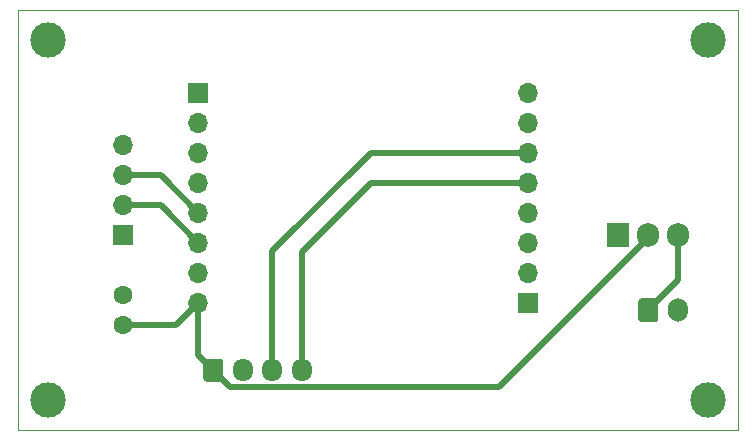
<source format=gbr>
%TF.GenerationSoftware,KiCad,Pcbnew,5.1.9+dfsg1-1*%
%TF.CreationDate,2022-05-17T23:06:01+02:00*%
%TF.ProjectId,water.tank,77617465-722e-4746-916e-6b2e6b696361,rev?*%
%TF.SameCoordinates,Original*%
%TF.FileFunction,Copper,L2,Bot*%
%TF.FilePolarity,Positive*%
%FSLAX46Y46*%
G04 Gerber Fmt 4.6, Leading zero omitted, Abs format (unit mm)*
G04 Created by KiCad (PCBNEW 5.1.9+dfsg1-1) date 2022-05-17 23:06:01*
%MOMM*%
%LPD*%
G01*
G04 APERTURE LIST*
%TA.AperFunction,Profile*%
%ADD10C,0.050000*%
%TD*%
%TA.AperFunction,ComponentPad*%
%ADD11O,1.905000X2.000000*%
%TD*%
%TA.AperFunction,ComponentPad*%
%ADD12R,1.905000X2.000000*%
%TD*%
%TA.AperFunction,ComponentPad*%
%ADD13O,1.700000X1.700000*%
%TD*%
%TA.AperFunction,ComponentPad*%
%ADD14R,1.700000X1.700000*%
%TD*%
%TA.AperFunction,ComponentPad*%
%ADD15O,1.700000X1.950000*%
%TD*%
%TA.AperFunction,ComponentPad*%
%ADD16O,1.700000X2.000000*%
%TD*%
%TA.AperFunction,ComponentPad*%
%ADD17C,1.600000*%
%TD*%
%TA.AperFunction,ViaPad*%
%ADD18C,3.000000*%
%TD*%
%TA.AperFunction,Conductor*%
%ADD19C,0.500000*%
%TD*%
G04 APERTURE END LIST*
D10*
X124460000Y-48260000D02*
X63500000Y-48260000D01*
X124460000Y-83820000D02*
X124460000Y-48260000D01*
X63500000Y-83820000D02*
X124460000Y-83820000D01*
X63500000Y-48260000D02*
X63500000Y-83820000D01*
D11*
%TO.P,3.3,3*%
%TO.N,5V*%
X119380000Y-67310000D03*
%TO.P,3.3,2*%
%TO.N,VCC*%
X116840000Y-67310000D03*
D12*
%TO.P,3.3,1*%
%TO.N,GND*%
X114300000Y-67310000D03*
%TD*%
D13*
%TO.P,SENSOR,4*%
%TO.N,VCC*%
X72390000Y-59690000D03*
%TO.P,SENSOR,3*%
%TO.N,IO14*%
X72390000Y-62230000D03*
%TO.P,SENSOR,2*%
%TO.N,IO12*%
X72390000Y-64770000D03*
D14*
%TO.P,SENSOR,1*%
%TO.N,GND*%
X72390000Y-67310000D03*
%TD*%
D15*
%TO.P,OLED,4*%
%TO.N,IO04*%
X87510000Y-78740000D03*
%TO.P,OLED,3*%
%TO.N,IO05*%
X85010000Y-78740000D03*
%TO.P,OLED,2*%
%TO.N,GND*%
X82510000Y-78740000D03*
%TO.P,OLED,1*%
%TO.N,VCC*%
%TA.AperFunction,ComponentPad*%
G36*
G01*
X79160000Y-79465000D02*
X79160000Y-78015000D01*
G75*
G02*
X79410000Y-77765000I250000J0D01*
G01*
X80610000Y-77765000D01*
G75*
G02*
X80860000Y-78015000I0J-250000D01*
G01*
X80860000Y-79465000D01*
G75*
G02*
X80610000Y-79715000I-250000J0D01*
G01*
X79410000Y-79715000D01*
G75*
G02*
X79160000Y-79465000I0J250000D01*
G01*
G37*
%TD.AperFunction*%
%TD*%
D16*
%TO.P,5V,2*%
%TO.N,GND*%
X119340000Y-73660000D03*
%TO.P,5V,1*%
%TO.N,5V*%
%TA.AperFunction,ComponentPad*%
G36*
G01*
X115990000Y-74410000D02*
X115990000Y-72910000D01*
G75*
G02*
X116240000Y-72660000I250000J0D01*
G01*
X117440000Y-72660000D01*
G75*
G02*
X117690000Y-72910000I0J-250000D01*
G01*
X117690000Y-74410000D01*
G75*
G02*
X117440000Y-74660000I-250000J0D01*
G01*
X116240000Y-74660000D01*
G75*
G02*
X115990000Y-74410000I0J250000D01*
G01*
G37*
%TD.AperFunction*%
%TD*%
D17*
%TO.P,100nf,2*%
%TO.N,GND*%
X72390000Y-72390000D03*
%TO.P,100nf,1*%
%TO.N,VCC*%
X72390000Y-74890000D03*
%TD*%
D13*
%TO.P,J1,8*%
%TO.N,VCC*%
X78740000Y-73025000D03*
%TO.P,J1,7*%
%TO.N,N/C*%
X78740000Y-70485000D03*
%TO.P,J1,6*%
%TO.N,IO12*%
X78740000Y-67945000D03*
%TO.P,J1,5*%
%TO.N,IO14*%
X78740000Y-65405000D03*
%TO.P,J1,4*%
%TO.N,N/C*%
X78740000Y-62865000D03*
%TO.P,J1,3*%
X78740000Y-60325000D03*
%TO.P,J1,2*%
X78740000Y-57785000D03*
D14*
%TO.P,J1,1*%
X78740000Y-55245000D03*
%TD*%
D13*
%TO.P,ESP8266,8*%
%TO.N,N/C*%
X106680000Y-55245000D03*
%TO.P,ESP8266,7*%
X106680000Y-57785000D03*
%TO.P,ESP8266,6*%
%TO.N,IO05*%
X106680000Y-60325000D03*
%TO.P,ESP8266,5*%
%TO.N,IO04*%
X106680000Y-62865000D03*
%TO.P,ESP8266,4*%
%TO.N,N/C*%
X106680000Y-65405000D03*
%TO.P,ESP8266,3*%
X106680000Y-67945000D03*
%TO.P,ESP8266,2*%
X106680000Y-70485000D03*
D14*
%TO.P,ESP8266,1*%
%TO.N,GND*%
X106680000Y-73025000D03*
%TD*%
D18*
%TO.N,*%
X66040000Y-50800000D03*
X121920000Y-50800000D03*
X121920000Y-81280000D03*
X66040000Y-81280000D03*
%TD*%
D19*
%TO.N,VCC*%
X78740000Y-77470000D02*
X80010000Y-78740000D01*
X78740000Y-73025000D02*
X78740000Y-77470000D01*
X116840000Y-67532502D02*
X116840000Y-67310000D01*
X104207492Y-80165010D02*
X116840000Y-67532502D01*
X81435010Y-80165010D02*
X104207492Y-80165010D01*
X80010000Y-78740000D02*
X81435010Y-80165010D01*
X76875000Y-74890000D02*
X78740000Y-73025000D01*
X72390000Y-74890000D02*
X76875000Y-74890000D01*
%TO.N,IO12*%
X75565000Y-64770000D02*
X78740000Y-67945000D01*
X72390000Y-64770000D02*
X75565000Y-64770000D01*
%TO.N,IO14*%
X75565000Y-62230000D02*
X78740000Y-65405000D01*
X72390000Y-62230000D02*
X75565000Y-62230000D01*
%TO.N,IO04*%
X87510000Y-78740000D02*
X87510000Y-68700000D01*
X93345000Y-62865000D02*
X106680000Y-62865000D01*
X87510000Y-68700000D02*
X93345000Y-62865000D01*
%TO.N,5V*%
X119380000Y-71120000D02*
X116840000Y-73660000D01*
X119380000Y-67310000D02*
X119380000Y-71120000D01*
%TO.N,IO05*%
X85010000Y-78740000D02*
X85010000Y-68660000D01*
X93345000Y-60325000D02*
X106680000Y-60325000D01*
X85010000Y-68660000D02*
X93345000Y-60325000D01*
%TD*%
M02*

</source>
